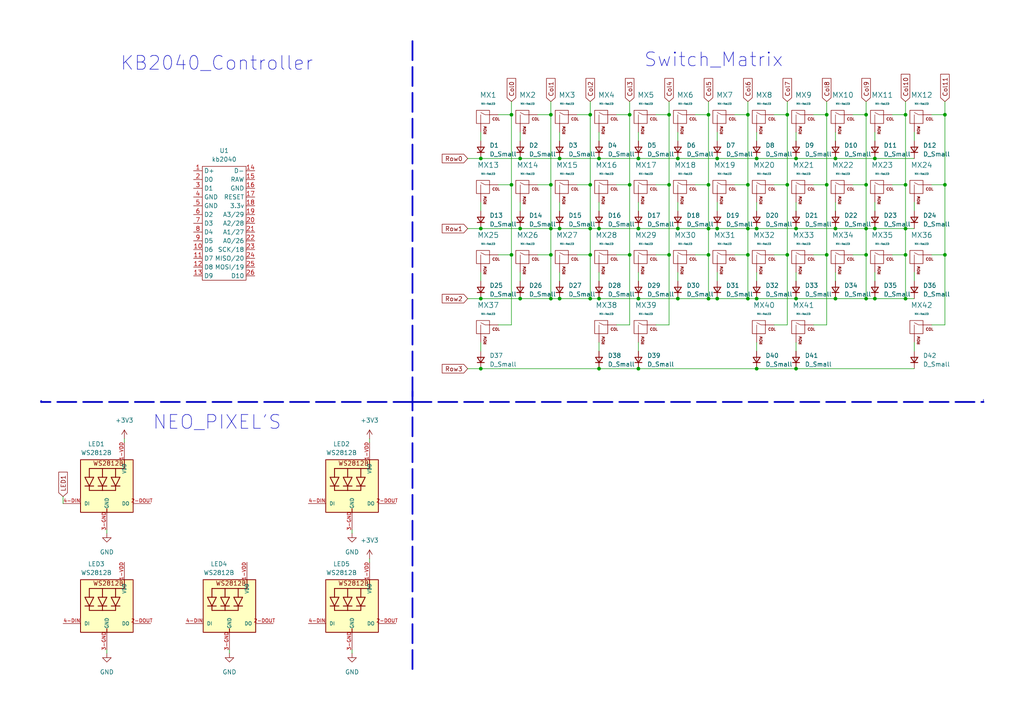
<source format=kicad_sch>
(kicad_sch (version 20230121) (generator eeschema)
  (paper "A4")
  (lib_symbols
    (symbol "Device:D_Small" (pin_numbers hide) (pin_names (offset 0.254) hide)
      (property "Reference" "D" (at -1.27 2.032 0))
      (property "Value" "D_Small" (at -3.81 -2.032 0))
      (symbol "D_Small_0_1"
        (polyline (pts (xy -0.762 -1.016) (xy -0.762 1.016)) (stroke (width 0.254)))
        (polyline (pts (xy -0.762 0) (xy 0.762 0)))
        (polyline (pts (xy 0.762 -1.016) (xy -0.762 0) (xy 0.762 1.016) (xy 0.762 -1.016)) (stroke (width 0.254)))
      )
      (symbol "D_Small_1_1"
        (pin passive line (at -2.54 0 0) (length 1.778) (name "K") (number "1"))
        (pin passive line (at 2.54 0 180) (length 1.778) (name "A") (number "2"))
      )
    )
    (symbol "MX_Alps_Hybrid:MX-NoLED" (pin_names (offset 1.016))
      (property "Reference" "MX" (at -0.635 3.81 0))
      (property "Value" "MX-NoLED" (at -0.635 1.27 0))
      (symbol "MX-NoLED_0_0"
        (rectangle (start -2.54 2.54) (end 1.27 -1.27))
        (polyline (pts (xy -1.27 -1.27) (xy -1.27 1.27)) (stroke (width 0.127)))
        (polyline (pts (xy 1.27 1.27) (xy 0 1.27) (xy -1.27 1.905)) (stroke (width 0.127)))
        (text "COL" (at 3.175 0 0) (effects (font (size 0.762 0.762))))
        (text "ROW" (at 0 -1.905 900) (effects (font (size 0.762 0.762)) (justify right)))
      )
      (symbol "MX-NoLED_1_1"
        (pin passive line (at 3.81 1.27 180) (length 2.54) (name "COL") (number "1"))
        (pin passive line (at -1.27 -3.81 90) (length 2.54) (name "ROW") (number "2"))
      )
    )
    (symbol "WS2812B:WS2812B" (pin_names (offset 1.016))
      (property "Reference" "LED" (at 0 0 0))
      (property "Value" "WS2812B" (at 0 0 0))
      (symbol "WS2812B_0_0"
        (rectangle (start -7.62 -5.08) (end 7.62 10.16) (stroke (width 0.254)) (fill (type background)))
        (polyline (pts (xy -6.35 2.54) (xy -5.08 2.54)) (stroke (width 0.254)))
        (polyline (pts (xy -6.35 5.08) (xy -5.08 5.08)) (stroke (width 0.254)))
        (polyline (pts (xy -5.08 2.54) (xy -6.35 5.08)) (stroke (width 0.254)))
        (polyline (pts (xy -5.08 2.54) (xy -5.08 1.27)) (stroke (width 0.254)))
        (polyline (pts (xy -5.08 2.54) (xy -3.81 5.08)) (stroke (width 0.254)))
        (polyline (pts (xy -5.08 5.08) (xy -3.81 5.08)) (stroke (width 0.254)))
        (polyline (pts (xy -5.08 7.62) (xy -5.08 5.08)) (stroke (width 0.254)))
        (polyline (pts (xy -3.81 2.54) (xy -5.08 2.54)) (stroke (width 0.254)))
        (polyline (pts (xy -2.54 2.54) (xy -1.27 2.54)) (stroke (width 0.254)))
        (polyline (pts (xy -2.54 5.08) (xy 0 5.08)) (stroke (width 0.254)))
        (polyline (pts (xy -1.27 1.27) (xy -5.08 1.27)) (stroke (width 0.254)))
        (polyline (pts (xy -1.27 2.54) (xy -2.54 5.08)) (stroke (width 0.254)))
        (polyline (pts (xy -1.27 2.54) (xy -1.27 1.27)) (stroke (width 0.254)))
        (polyline (pts (xy -1.27 2.54) (xy 0 2.54)) (stroke (width 0.254)))
        (polyline (pts (xy -1.27 5.08) (xy -1.27 7.62)) (stroke (width 0.254)))
        (polyline (pts (xy -1.27 7.62) (xy -5.08 7.62)) (stroke (width 0.254)))
        (polyline (pts (xy 0 -4.064) (xy 0 -5.08)) (stroke (width 0.254)))
        (polyline (pts (xy 0 5.08) (xy -1.27 2.54)) (stroke (width 0.254)))
        (polyline (pts (xy 1.27 5.08) (xy 2.54 2.54)) (stroke (width 0.254)))
        (polyline (pts (xy 1.27 5.08) (xy 2.54 5.08)) (stroke (width 0.254)))
        (polyline (pts (xy 2.54 1.27) (xy -1.27 1.27)) (stroke (width 0.254)))
        (polyline (pts (xy 2.54 2.54) (xy 1.27 2.54)) (stroke (width 0.254)))
        (polyline (pts (xy 2.54 2.54) (xy 2.54 1.27)) (stroke (width 0.254)))
        (polyline (pts (xy 2.54 2.54) (xy 3.81 2.54)) (stroke (width 0.254)))
        (polyline (pts (xy 2.54 2.54) (xy 3.81 5.08)) (stroke (width 0.254)))
        (polyline (pts (xy 2.54 5.08) (xy 2.54 7.62)) (stroke (width 0.254)))
        (polyline (pts (xy 2.54 7.62) (xy -1.27 7.62)) (stroke (width 0.254)))
        (polyline (pts (xy 2.54 7.62) (xy 5.08 7.62)) (stroke (width 0.254)))
        (polyline (pts (xy 3.81 5.08) (xy 2.54 5.08)) (stroke (width 0.254)))
        (polyline (pts (xy 5.08 10.16) (xy 5.08 7.62)) (stroke (width 0.254)))
        (text "WS2812B" (at -4.064 8.382 0) (effects (font (size 1.27 1.27)) (justify left bottom)))
        (pin power_in line (at 5.08 15.24 270) (length 5.08) (name "VDD") (number "1-VDD"))
        (pin output line (at 12.7 -2.54 180) (length 5.08) (name "DO") (number "2-DOUT"))
        (pin power_in line (at 0 -10.16 90) (length 5.08) (name "GND") (number "3-GND"))
        (pin input line (at -12.7 -2.54 0) (length 5.08) (name "DI") (number "4-DIN"))
      )
    )
    (symbol "kb2040:kb2040"
      (property "Reference" "U" (at 0 0 0))
      (property "Value" "kb2040" (at 0 -2.54 0))
      (symbol "kb2040_0_1"
        (rectangle (start 0 -3.81) (end 12.7 -36.83) (stroke (width 0.1524)))
      )
      (symbol "kb2040_1_1"
        (pin bidirectional line (at -2.54 -5.08 0) (length 2.54) (name "D+") (number "1"))
        (pin bidirectional line (at -2.54 -27.94 0) (length 2.54) (name "D6") (number "10"))
        (pin bidirectional line (at -2.54 -30.48 0) (length 2.54) (name "D7") (number "11"))
        (pin bidirectional line (at -2.54 -33.02 0) (length 2.54) (name "D8") (number "12"))
        (pin bidirectional line (at -2.54 -35.56 0) (length 2.54) (name "D9") (number "13"))
        (pin bidirectional line (at 15.24 -5.08 180) (length 2.54) (name "D-") (number "14"))
        (pin bidirectional line (at 15.24 -7.62 180) (length 2.54) (name "RAW") (number "15"))
        (pin bidirectional line (at 15.24 -10.16 180) (length 2.54) (name "GND") (number "16"))
        (pin bidirectional line (at 15.24 -12.7 180) (length 2.54) (name "RESET") (number "17"))
        (pin bidirectional line (at 15.24 -15.24 180) (length 2.54) (name "3.3v") (number "18"))
        (pin bidirectional line (at 15.24 -17.78 180) (length 2.54) (name "A3/29") (number "19"))
        (pin bidirectional line (at -2.54 -7.62 0) (length 2.54) (name "D0") (number "2"))
        (pin bidirectional line (at 15.24 -20.32 180) (length 2.54) (name "A2/28") (number "20"))
        (pin bidirectional line (at 15.24 -22.86 180) (length 2.54) (name "A1/27") (number "21"))
        (pin bidirectional line (at 15.24 -25.4 180) (length 2.54) (name "A0/26") (number "22"))
        (pin bidirectional line (at 15.24 -27.94 180) (length 2.54) (name "SCK/18") (number "23"))
        (pin bidirectional line (at 15.24 -30.48 180) (length 2.54) (name "MISO/20") (number "24"))
        (pin bidirectional line (at 15.24 -33.02 180) (length 2.54) (name "MOSI/19") (number "25"))
        (pin bidirectional line (at 15.24 -35.56 180) (length 2.54) (name "D10") (number "26"))
        (pin bidirectional line (at -2.54 -10.16 0) (length 2.54) (name "D1") (number "3"))
        (pin bidirectional line (at -2.54 -12.7 0) (length 2.54) (name "GND") (number "4"))
        (pin bidirectional line (at -2.54 -15.24 0) (length 2.54) (name "GND") (number "5"))
        (pin bidirectional line (at -2.54 -17.78 0) (length 2.54) (name "D2") (number "6"))
        (pin bidirectional line (at -2.54 -20.32 0) (length 2.54) (name "D3") (number "7"))
        (pin bidirectional line (at -2.54 -22.86 0) (length 2.54) (name "D4") (number "8"))
        (pin bidirectional line (at -2.54 -25.4 0) (length 2.54) (name "D5") (number "9"))
      )
    )
    (symbol "power:+3V3" (power) (pin_names (offset 0))
      (property "Value" "+3V3" (at 0 3.556 0))
      (symbol "+3V3_0_1"
        (polyline (pts (xy -0.762 1.27) (xy 0 2.54)))
        (polyline (pts (xy 0 0) (xy 0 2.54)))
        (polyline (pts (xy 0 2.54) (xy 0.762 1.27)))
      )
      (symbol "+3V3_1_1"
        (pin power_in line (at 0 0 90) (length 0) hide (name "+3V3") (number "1"))
      )
    )
    (symbol "power:GND" (power) (pin_names (offset 0))
      (property "Value" "GND" (at 0 -3.81 0))
      (symbol "GND_0_1"
        (polyline (pts (xy 0 0) (xy 0 -1.27) (xy 1.27 -1.27) (xy 0 -2.54) (xy -1.27 -1.27) (xy 0 -1.27)))
      )
      (symbol "GND_1_1"
        (pin power_in line (at 0 0 270) (length 0) hide (name "GND") (number "1"))
      )
    )
  )
  (junction (at 182.626 33.274))
  (junction (at 148.336 33.274))
  (junction (at 208.026 86.614))
  (junction (at 253.746 45.974))
  (junction (at 139.446 106.934))
  (junction (at 216.916 86.614))
  (junction (at 230.886 106.934))
  (junction (at 251.206 66.294))
  (junction (at 251.206 53.594))
  (junction (at 205.486 33.274))
  (junction (at 148.336 73.914))
  (junction (at 171.196 66.294))
  (junction (at 159.766 73.914))
  (junction (at 196.596 66.294))
  (junction (at 219.456 86.614))
  (junction (at 251.206 86.614))
  (junction (at 262.636 73.914))
  (junction (at 173.736 86.614))
  (junction (at 251.206 73.914))
  (junction (at 150.876 66.294))
  (junction (at 148.336 53.594))
  (junction (at 185.166 45.974))
  (junction (at 139.446 86.614))
  (junction (at 208.026 45.974))
  (junction (at 162.306 86.614))
  (junction (at 194.056 73.914))
  (junction (at 171.196 86.614))
  (junction (at 182.626 53.594))
  (junction (at 216.916 73.914))
  (junction (at 253.746 86.614))
  (junction (at 242.316 45.974))
  (junction (at 219.456 66.294))
  (junction (at 216.916 66.294))
  (junction (at 230.886 86.614))
  (junction (at 239.776 33.274))
  (junction (at 196.596 45.974))
  (junction (at 150.876 86.614))
  (junction (at 173.736 106.934))
  (junction (at 253.746 66.294))
  (junction (at 242.316 86.614))
  (junction (at 162.306 45.974))
  (junction (at 274.066 33.274))
  (junction (at 274.066 73.914))
  (junction (at 219.456 45.974))
  (junction (at 139.446 45.974))
  (junction (at 139.446 66.294))
  (junction (at 242.316 66.294))
  (junction (at 239.776 53.594))
  (junction (at 194.056 33.274))
  (junction (at 185.166 66.294))
  (junction (at 219.456 106.934))
  (junction (at 216.916 33.274))
  (junction (at 205.486 86.614))
  (junction (at 205.486 53.594))
  (junction (at 171.196 73.914))
  (junction (at 159.766 53.594))
  (junction (at 159.766 86.614))
  (junction (at 194.056 53.594))
  (junction (at 228.346 53.594))
  (junction (at 230.886 66.294))
  (junction (at 230.886 45.974))
  (junction (at 185.166 86.614))
  (junction (at 251.206 33.274))
  (junction (at 173.736 45.974))
  (junction (at 262.636 66.294))
  (junction (at 228.346 73.914))
  (junction (at 171.196 53.594))
  (junction (at 216.916 53.594))
  (junction (at 228.346 33.274))
  (junction (at 159.766 33.274))
  (junction (at 162.306 66.294))
  (junction (at 262.636 86.614))
  (junction (at 262.636 33.274))
  (junction (at 208.026 66.294))
  (junction (at 274.066 53.594))
  (junction (at 171.196 33.274))
  (junction (at 150.876 45.974))
  (junction (at 185.166 106.934))
  (junction (at 196.596 86.614))
  (junction (at 159.766 66.294))
  (junction (at 239.776 73.914))
  (junction (at 262.636 53.594))
  (junction (at 173.736 66.294))
  (junction (at 205.486 73.914))
  (junction (at 182.626 73.914))
  (junction (at 205.486 66.294))
  (wire (pts (xy 139.446 106.934) (xy 173.736 106.934)))
  (wire (pts (xy 262.636 86.614) (xy 265.176 86.614)))
  (wire (pts (xy 251.206 53.594) (xy 247.396 53.594)))
  (wire (pts (xy 148.336 29.464) (xy 148.336 33.274)))
  (wire (pts (xy 194.056 33.274) (xy 190.246 33.274)))
  (wire (pts (xy 182.626 29.464) (xy 182.626 33.274)))
  (wire (pts (xy 230.886 86.614) (xy 242.316 86.614)))
  (wire (pts (xy 239.776 33.274) (xy 235.966 33.274)))
  (wire (pts (xy 208.026 45.974) (xy 219.456 45.974)))
  (wire (pts (xy 262.636 66.294) (xy 262.636 73.914)))
  (wire (pts (xy 228.346 53.594) (xy 224.536 53.594)))
  (polyline (pts (xy 11.938 116.586) (xy 11.938 116.332)) (stroke (width 0.5) (type dash)))
  (wire (pts (xy 196.596 78.994) (xy 196.596 81.534)))
  (wire (pts (xy 205.486 66.294) (xy 205.486 73.914)))
  (wire (pts (xy 107.188 127.254) (xy 107.188 128.27)))
  (wire (pts (xy 253.746 86.614) (xy 262.636 86.614)))
  (wire (pts (xy 228.346 53.594) (xy 228.346 73.914)))
  (wire (pts (xy 219.456 58.674) (xy 219.456 61.214)))
  (wire (pts (xy 159.766 86.614) (xy 162.306 86.614)))
  (wire (pts (xy 228.346 73.914) (xy 224.536 73.914)))
  (wire (pts (xy 196.596 38.354) (xy 196.596 40.894)))
  (wire (pts (xy 205.486 73.914) (xy 205.486 86.614)))
  (polyline (pts (xy 119.634 116.586) (xy 285.242 116.586)) (stroke (width 0.5) (type dash)))
  (wire (pts (xy 182.626 53.594) (xy 178.816 53.594)))
  (wire (pts (xy 253.746 66.294) (xy 262.636 66.294)))
  (wire (pts (xy 230.886 45.974) (xy 242.316 45.974)))
  (polyline (pts (xy 119.634 113.538) (xy 119.634 195.072)) (stroke (width 0.5) (type dash)))
  (wire (pts (xy 171.196 73.914) (xy 167.386 73.914)))
  (wire (pts (xy 242.316 45.974) (xy 253.746 45.974)))
  (wire (pts (xy 185.166 45.974) (xy 196.596 45.974)))
  (wire (pts (xy 216.916 66.294) (xy 216.916 73.914)))
  (wire (pts (xy 150.876 78.994) (xy 150.876 81.534)))
  (wire (pts (xy 185.166 106.934) (xy 219.456 106.934)))
  (wire (pts (xy 216.916 66.294) (xy 219.456 66.294)))
  (wire (pts (xy 274.066 53.594) (xy 274.066 73.914)))
  (wire (pts (xy 171.196 33.274) (xy 171.196 53.594)))
  (wire (pts (xy 230.886 58.674) (xy 230.886 61.214)))
  (wire (pts (xy 219.456 45.974) (xy 230.886 45.974)))
  (wire (pts (xy 239.776 53.594) (xy 235.966 53.594)))
  (wire (pts (xy 216.916 53.594) (xy 216.916 66.294)))
  (wire (pts (xy 216.916 33.274) (xy 213.106 33.274)))
  (wire (pts (xy 162.306 58.674) (xy 162.306 61.214)))
  (wire (pts (xy 150.876 58.674) (xy 150.876 61.214)))
  (wire (pts (xy 230.886 106.934) (xy 265.176 106.934)))
  (wire (pts (xy 150.876 38.354) (xy 150.876 40.894)))
  (wire (pts (xy 242.316 38.354) (xy 242.316 40.894)))
  (wire (pts (xy 194.056 53.594) (xy 190.246 53.594)))
  (wire (pts (xy 205.486 33.274) (xy 201.676 33.274)))
  (wire (pts (xy 139.446 86.614) (xy 150.876 86.614)))
  (wire (pts (xy 185.166 38.354) (xy 185.166 40.894)))
  (wire (pts (xy 208.026 58.674) (xy 208.026 61.214)))
  (wire (pts (xy 205.486 73.914) (xy 201.676 73.914)))
  (wire (pts (xy 135.636 86.614) (xy 139.446 86.614)))
  (wire (pts (xy 265.176 78.994) (xy 265.176 81.534)))
  (wire (pts (xy 196.596 86.614) (xy 205.486 86.614)))
  (wire (pts (xy 219.456 86.614) (xy 230.886 86.614)))
  (wire (pts (xy 102.108 188.468) (xy 102.108 189.484)))
  (wire (pts (xy 251.206 73.914) (xy 247.396 73.914)))
  (wire (pts (xy 196.596 45.974) (xy 208.026 45.974)))
  (wire (pts (xy 228.346 33.274) (xy 228.346 53.594)))
  (polyline (pts (xy 119.634 11.938) (xy 119.634 116.586)) (stroke (width 0.5) (type dash)))
  (wire (pts (xy 139.446 66.294) (xy 150.876 66.294)))
  (wire (pts (xy 205.486 53.594) (xy 201.676 53.594)))
  (wire (pts (xy 171.196 33.274) (xy 167.386 33.274)))
  (wire (pts (xy 66.548 188.468) (xy 66.548 189.484)))
  (wire (pts (xy 139.446 45.974) (xy 150.876 45.974)))
  (wire (pts (xy 171.196 53.594) (xy 167.386 53.594)))
  (wire (pts (xy 159.766 33.274) (xy 159.766 53.594)))
  (wire (pts (xy 239.776 73.914) (xy 239.776 94.234)))
  (wire (pts (xy 171.196 53.594) (xy 171.196 66.294)))
  (wire (pts (xy 253.746 45.974) (xy 265.176 45.974)))
  (wire (pts (xy 173.736 45.974) (xy 185.166 45.974)))
  (wire (pts (xy 150.876 66.294) (xy 159.766 66.294)))
  (wire (pts (xy 171.196 66.294) (xy 173.736 66.294)))
  (wire (pts (xy 173.736 78.994) (xy 173.736 81.534)))
  (wire (pts (xy 265.176 38.354) (xy 265.176 40.894)))
  (wire (pts (xy 162.306 86.614) (xy 171.196 86.614)))
  (wire (pts (xy 251.206 66.294) (xy 251.206 73.914)))
  (wire (pts (xy 262.636 33.274) (xy 258.826 33.274)))
  (wire (pts (xy 148.336 73.914) (xy 148.336 94.234)))
  (wire (pts (xy 171.196 29.464) (xy 171.196 33.274)))
  (wire (pts (xy 139.446 99.314) (xy 139.446 101.854)))
  (wire (pts (xy 242.316 58.674) (xy 242.316 61.214)))
  (wire (pts (xy 182.626 33.274) (xy 182.626 53.594)))
  (wire (pts (xy 239.776 29.464) (xy 239.776 33.274)))
  (wire (pts (xy 239.776 73.914) (xy 235.966 73.914)))
  (wire (pts (xy 18.288 144.018) (xy 18.288 146.05)))
  (wire (pts (xy 219.456 106.934) (xy 230.886 106.934)))
  (wire (pts (xy 144.526 33.274) (xy 148.336 33.274)))
  (wire (pts (xy 139.446 38.354) (xy 139.446 40.894)))
  (wire (pts (xy 251.206 73.914) (xy 251.206 86.614)))
  (wire (pts (xy 251.206 33.274) (xy 247.396 33.274)))
  (wire (pts (xy 265.176 99.314) (xy 265.176 101.854)))
  (wire (pts (xy 162.306 78.994) (xy 162.306 81.534)))
  (wire (pts (xy 251.206 86.614) (xy 253.746 86.614)))
  (wire (pts (xy 148.336 33.274) (xy 148.336 53.594)))
  (wire (pts (xy 253.746 38.354) (xy 253.746 40.894)))
  (wire (pts (xy 159.766 33.274) (xy 155.956 33.274)))
  (wire (pts (xy 253.746 78.994) (xy 253.746 81.534)))
  (wire (pts (xy 242.316 66.294) (xy 251.206 66.294)))
  (wire (pts (xy 173.736 58.674) (xy 173.736 61.214)))
  (wire (pts (xy 239.776 53.594) (xy 239.776 73.914)))
  (wire (pts (xy 171.196 86.614) (xy 173.736 86.614)))
  (wire (pts (xy 194.056 73.914) (xy 194.056 94.234)))
  (wire (pts (xy 208.026 86.614) (xy 216.916 86.614)))
  (wire (pts (xy 173.736 66.294) (xy 185.166 66.294)))
  (wire (pts (xy 208.026 78.994) (xy 208.026 81.534)))
  (wire (pts (xy 148.336 53.594) (xy 144.526 53.594)))
  (wire (pts (xy 219.456 66.294) (xy 230.886 66.294)))
  (wire (pts (xy 230.886 38.354) (xy 230.886 40.894)))
  (wire (pts (xy 30.988 153.67) (xy 30.988 154.686)))
  (wire (pts (xy 185.166 58.674) (xy 185.166 61.214)))
  (wire (pts (xy 251.206 33.274) (xy 251.206 53.594)))
  (wire (pts (xy 253.746 58.674) (xy 253.746 61.214)))
  (wire (pts (xy 228.346 33.274) (xy 224.536 33.274)))
  (wire (pts (xy 262.636 29.464) (xy 262.636 33.274)))
  (wire (pts (xy 150.876 86.614) (xy 159.766 86.614)))
  (wire (pts (xy 274.066 53.594) (xy 270.256 53.594)))
  (wire (pts (xy 173.736 38.354) (xy 173.736 40.894)))
  (wire (pts (xy 251.206 66.294) (xy 253.746 66.294)))
  (wire (pts (xy 251.206 29.464) (xy 251.206 33.274)))
  (wire (pts (xy 159.766 53.594) (xy 159.766 66.294)))
  (wire (pts (xy 182.626 73.914) (xy 178.816 73.914)))
  (wire (pts (xy 216.916 73.914) (xy 216.916 86.614)))
  (wire (pts (xy 182.626 94.234) (xy 178.816 94.234)))
  (wire (pts (xy 274.066 94.234) (xy 270.256 94.234)))
  (wire (pts (xy 205.486 66.294) (xy 208.026 66.294)))
  (wire (pts (xy 185.166 78.994) (xy 185.166 81.534)))
  (wire (pts (xy 196.596 66.294) (xy 205.486 66.294)))
  (wire (pts (xy 148.336 73.914) (xy 144.526 73.914)))
  (wire (pts (xy 208.026 66.294) (xy 216.916 66.294)))
  (wire (pts (xy 159.766 29.464) (xy 159.766 33.274)))
  (wire (pts (xy 173.736 86.614) (xy 185.166 86.614)))
  (wire (pts (xy 262.636 66.294) (xy 265.176 66.294)))
  (wire (pts (xy 194.056 33.274) (xy 194.056 53.594)))
  (wire (pts (xy 251.206 53.594) (xy 251.206 66.294)))
  (wire (pts (xy 194.056 29.464) (xy 194.056 33.274)))
  (wire (pts (xy 150.876 45.974) (xy 162.306 45.974)))
  (wire (pts (xy 159.766 53.594) (xy 155.956 53.594)))
  (wire (pts (xy 216.916 73.914) (xy 213.106 73.914)))
  (wire (pts (xy 274.066 29.464) (xy 274.066 33.274)))
  (wire (pts (xy 196.596 58.674) (xy 196.596 61.214)))
  (wire (pts (xy 159.766 73.914) (xy 155.956 73.914)))
  (wire (pts (xy 274.066 73.914) (xy 274.066 94.234)))
  (wire (pts (xy 230.886 99.314) (xy 230.886 101.854)))
  (wire (pts (xy 205.486 29.464) (xy 205.486 33.274)))
  (wire (pts (xy 219.456 38.354) (xy 219.456 40.894)))
  (wire (pts (xy 148.336 94.234) (xy 144.526 94.234)))
  (wire (pts (xy 173.736 106.934) (xy 185.166 106.934)))
  (wire (pts (xy 265.176 58.674) (xy 265.176 61.214)))
  (wire (pts (xy 194.056 94.234) (xy 190.246 94.234)))
  (wire (pts (xy 262.636 33.274) (xy 262.636 53.594)))
  (wire (pts (xy 171.196 73.914) (xy 171.196 86.614)))
  (wire (pts (xy 162.306 38.354) (xy 162.306 40.894)))
  (wire (pts (xy 228.346 94.234) (xy 224.536 94.234)))
  (wire (pts (xy 228.346 73.914) (xy 228.346 94.234)))
  (wire (pts (xy 159.766 73.914) (xy 159.766 86.614)))
  (wire (pts (xy 216.916 53.594) (xy 213.106 53.594)))
  (wire (pts (xy 242.316 86.614) (xy 251.206 86.614)))
  (wire (pts (xy 135.636 106.934) (xy 139.446 106.934)))
  (wire (pts (xy 159.766 66.294) (xy 159.766 73.914)))
  (wire (pts (xy 216.916 86.614) (xy 219.456 86.614)))
  (wire (pts (xy 194.056 73.914) (xy 190.246 73.914)))
  (wire (pts (xy 162.306 45.974) (xy 173.736 45.974)))
  (wire (pts (xy 239.776 94.234) (xy 235.966 94.234)))
  (wire (pts (xy 219.456 78.994) (xy 219.456 81.534)))
  (wire (pts (xy 182.626 53.594) (xy 182.626 73.914)))
  (wire (pts (xy 216.916 33.274) (xy 216.916 53.594)))
  (wire (pts (xy 230.886 66.294) (xy 242.316 66.294)))
  (wire (pts (xy 139.446 78.994) (xy 139.446 81.534)))
  (wire (pts (xy 162.306 66.294) (xy 171.196 66.294)))
  (wire (pts (xy 148.336 53.594) (xy 148.336 73.914)))
  (wire (pts (xy 230.886 78.994) (xy 230.886 81.534)))
  (wire (pts (xy 185.166 66.294) (xy 196.596 66.294)))
  (wire (pts (xy 182.626 33.274) (xy 178.816 33.274)))
  (wire (pts (xy 107.188 162.052) (xy 107.188 163.068)))
  (wire (pts (xy 36.068 127.254) (xy 36.068 128.27)))
  (polyline (pts (xy 285.242 116.586) (xy 285.242 115.824)))
  (wire (pts (xy 239.776 33.274) (xy 239.776 53.594)))
  (wire (pts (xy 102.108 153.67) (xy 102.108 154.686)))
  (wire (pts (xy 205.486 86.614) (xy 208.026 86.614)))
  (wire (pts (xy 173.736 99.314) (xy 173.736 101.854)))
  (wire (pts (xy 262.636 73.914) (xy 258.826 73.914)))
  (wire (pts (xy 171.196 66.294) (xy 171.196 73.914)))
  (wire (pts (xy 135.636 45.974) (xy 139.446 45.974)))
  (wire (pts (xy 159.766 66.294) (xy 162.306 66.294)))
  (wire (pts (xy 262.636 53.594) (xy 258.826 53.594)))
  (wire (pts (xy 274.066 73.914) (xy 270.256 73.914)))
  (wire (pts (xy 274.066 33.274) (xy 270.256 33.274)))
  (wire (pts (xy 205.486 33.274) (xy 205.486 53.594)))
  (wire (pts (xy 219.456 99.314) (xy 219.456 101.854)))
  (wire (pts (xy 182.626 73.914) (xy 182.626 94.234)))
  (wire (pts (xy 262.636 73.914) (xy 262.636 86.614)))
  (wire (pts (xy 208.026 38.354) (xy 208.026 40.894)))
  (wire (pts (xy 139.446 58.674) (xy 139.446 61.214)))
  (wire (pts (xy 185.166 86.614) (xy 196.596 86.614)))
  (wire (pts (xy 135.636 66.294) (xy 139.446 66.294)))
  (wire (pts (xy 30.988 188.468) (xy 30.988 189.484)))
  (polyline (pts (xy 119.634 116.586) (xy 11.938 116.586)) (stroke (width 0.5) (type dash)))
  (wire (pts (xy 274.066 33.274) (xy 274.066 53.594)))
  (wire (pts (xy 216.916 29.464) (xy 216.916 33.274)))
  (wire (pts (xy 205.486 53.594) (xy 205.486 66.294)))
  (wire (pts (xy 242.316 78.994) (xy 242.316 81.534)))
  (wire (pts (xy 262.636 53.594) (xy 262.636 66.294)))
  (wire (pts (xy 194.056 53.594) (xy 194.056 73.914)))
  (wire (pts (xy 185.166 99.314) (xy 185.166 101.854)))
  (wire (pts (xy 228.346 29.464) (xy 228.346 33.274)))
  (text "NEO_PIXEL'S" (at 44.196 124.968 0) (effects (font (size 4 4)) (justify left bottom)))
  (text "Switch_Matrix" (at 186.69 19.812 0) (effects (font (size 4 4)) (justify left bottom)))
  (text "KB2040_Controller" (at 34.798 20.828 0) (effects (font (size 4 4)) (justify left bottom)))
  (global_label "Row3" (shape input) (at 135.636 106.934 180) (property "Intersheetrefs" "${INTERSHEET_REFS}" (effects hide)))
  (global_label "Col0" (shape input) (at 148.336 29.464 90) (property "Intersheetrefs" "${INTERSHEET_REFS}" (effects hide)))
  (global_label "Col1" (shape input) (at 159.766 29.464 90) (property "Intersheetrefs" "${INTERSHEET_REFS}" (effects hide)))
  (global_label "Col2" (shape input) (at 171.196 29.464 90) (property "Intersheetrefs" "${INTERSHEET_REFS}" (effects hide)))
  (global_label "Row0" (shape input) (at 135.636 45.974 180) (property "Intersheetrefs" "${INTERSHEET_REFS}" (effects hide)))
  (global_label "Col7" (shape input) (at 228.346 29.464 90) (property "Intersheetrefs" "${INTERSHEET_REFS}" (effects hide)))
  (global_label "Col4" (shape input) (at 194.056 29.464 90) (property "Intersheetrefs" "${INTERSHEET_REFS}" (effects hide)))
  (global_label "Col11" (shape input) (at 274.066 29.464 90) (property "Intersheetrefs" "${INTERSHEET_REFS}" (effects hide)))
  (global_label "Col10" (shape input) (at 262.636 29.464 90) (property "Intersheetrefs" "${INTERSHEET_REFS}" (effects hide)))
  (global_label "Row2" (shape input) (at 135.636 86.614 180) (property "Intersheetrefs" "${INTERSHEET_REFS}" (effects hide)))
  (global_label "Row1" (shape input) (at 135.636 66.294 180) (property "Intersheetrefs" "${INTERSHEET_REFS}" (effects hide)))
  (global_label "LED1" (shape input) (at 18.288 144.018 90) (property "Intersheetrefs" "${INTERSHEET_REFS}" (effects hide)))
  (global_label "Col5" (shape input) (at 205.486 29.464 90) (property "Intersheetrefs" "${INTERSHEET_REFS}" (effects hide)))
  (global_label "Col6" (shape input) (at 216.916 29.464 90) (property "Intersheetrefs" "${INTERSHEET_REFS}" (effects hide)))
  (global_label "Col8" (shape input) (at 239.776 29.464 90) (property "Intersheetrefs" "${INTERSHEET_REFS}" (effects hide)))
  (global_label "Col3" (shape input) (at 182.626 29.464 90) (property "Intersheetrefs" "${INTERSHEET_REFS}" (effects hide)))
  (global_label "Col9" (shape input) (at 251.206 29.464 90) (property "Intersheetrefs" "${INTERSHEET_REFS}" (effects hide)))
  (symbol (lib_id "MX_Alps_Hybrid:MX-NoLED") (at 186.436 34.544 0) (unit 1)
    (property "Reference" "MX5" (at 187.3216 27.559 0) (effects (font (size 1.524 1.524))))
    (property "Value" "MX-NoLED" (at 187.3216 30.099 0) (effects (font (size 0.508 0.508))))
    (property "Footprint" "Switch_Keyboard_Kailh:SW_Kailh_Choc_V1V2_1.00u" (effects hide))
  )
  (symbol (lib_id "MX_Alps_Hybrid:MX-NoLED") (at 152.146 54.864 0) (unit 1)
    (property "Reference" "MX14" (at 153.0316 47.879 0) (effects (font (size 1.524 1.524))))
    (property "Value" "MX-NoLED" (at 153.0316 50.419 0) (effects (font (size 0.508 0.508))))
    (property "Footprint" "Switch_Keyboard_Kailh:SW_Kailh_Choc_V1V2_1.00u" (effects hide))
  )
  (symbol (lib_id "MX_Alps_Hybrid:MX-NoLED") (at 152.146 75.184 0) (unit 1)
    (property "Reference" "MX26" (at 153.0316 68.199 0) (effects (font (size 1.524 1.524))))
    (property "Value" "MX-NoLED" (at 153.0316 70.739 0) (effects (font (size 0.508 0.508))))
    (property "Footprint" "Switch_Keyboard_Kailh:SW_Kailh_Choc_V1V2_1.00u" (effects hide))
  )
  (symbol (lib_id "Device:D_Small") (at 219.456 84.074 90) (unit 1)
    (property "Reference" "D32" (at 221.996 82.8039 90) (effects (justify right)))
    (property "Value" "D_Small" (at 221.996 85.3439 90) (effects (justify right)))
    (property "Footprint" "Diode_SMD:D_SOD-123" (effects hide))
  )
  (symbol (lib_id "MX_Alps_Hybrid:MX-NoLED") (at 186.436 95.504 0) (unit 1)
    (property "Reference" "MX39" (at 187.3216 88.519 0) (effects (font (size 1.524 1.524))))
    (property "Value" "MX-NoLED" (at 187.3216 91.059 0) (effects (font (size 0.508 0.508))))
    (property "Footprint" "Switch_Keyboard_Kailh:SW_Kailh_Choc_V1V2_1.00u" (effects hide))
  )
  (symbol (lib_id "MX_Alps_Hybrid:MX-NoLED") (at 266.446 34.544 0) (unit 1)
    (property "Reference" "MX12" (at 267.3316 27.559 0) (effects (font (size 1.524 1.524))))
    (property "Value" "MX-NoLED" (at 267.3316 30.099 0) (effects (font (size 0.508 0.508))))
    (property "Footprint" "Switch_Keyboard_Kailh:SW_Kailh_Choc_V1V2_1.00u" (effects hide))
  )
  (symbol (lib_id "MX_Alps_Hybrid:MX-NoLED") (at 140.716 54.864 0) (unit 1)
    (property "Reference" "MX13" (at 141.6016 47.879 0) (effects (font (size 1.524 1.524))))
    (property "Value" "MX-NoLED" (at 141.6016 50.419 0) (effects (font (size 0.508 0.508))))
    (property "Footprint" "Switch_Keyboard_Kailh:SW_Kailh_Choc_V1V2_1.00u" (effects hide))
  )
  (symbol (lib_id "Device:D_Small") (at 150.876 43.434 90) (unit 1)
    (property "Reference" "D2" (at 153.416 42.1639 90) (effects (justify right)))
    (property "Value" "D_Small" (at 153.416 44.7039 90) (effects (justify right)))
    (property "Footprint" "Diode_SMD:D_SOD-123" (effects hide))
  )
  (symbol (lib_id "Device:D_Small") (at 253.746 63.754 90) (unit 1)
    (property "Reference" "D23" (at 256.286 62.4839 90) (effects (justify right)))
    (property "Value" "D_Small" (at 256.286 65.0239 90) (effects (justify right)))
    (property "Footprint" "Diode_SMD:D_SOD-123" (effects hide))
  )
  (symbol (lib_id "MX_Alps_Hybrid:MX-NoLED") (at 232.156 54.864 0) (unit 1)
    (property "Reference" "MX21" (at 233.0416 47.879 0) (effects (font (size 1.524 1.524))))
    (property "Value" "MX-NoLED" (at 233.0416 50.419 0) (effects (font (size 0.508 0.508))))
    (property "Footprint" "Switch_Keyboard_Kailh:SW_Kailh_Choc_V1V2_1.00u" (effects hide))
  )
  (symbol (lib_id "WS2812B:WS2812B") (at 30.988 143.51 0) (unit 1)
    (property "Reference" "LED1" (at 27.94 128.778 0))
    (property "Value" "WS2812B" (at 27.94 131.318 0))
    (property "Footprint" "Keebio-Parts.pretty-master:WS2812B" (effects hide))
  )
  (symbol (lib_id "MX_Alps_Hybrid:MX-NoLED") (at 152.146 34.544 0) (unit 1)
    (property "Reference" "MX2" (at 153.0316 27.559 0) (effects (font (size 1.524 1.524))))
    (property "Value" "MX-NoLED" (at 153.0316 30.099 0) (effects (font (size 0.508 0.508))))
    (property "Footprint" "Switch_Keyboard_Kailh:SW_Kailh_Choc_V1V2_1.00u" (effects hide))
  )
  (symbol (lib_id "MX_Alps_Hybrid:MX-NoLED") (at 220.726 95.504 0) (unit 1)
    (property "Reference" "MX40" (at 221.6116 88.519 0) (effects (font (size 1.524 1.524))))
    (property "Value" "MX-NoLED" (at 221.6116 91.059 0) (effects (font (size 0.508 0.508))))
    (property "Footprint" "Switch_Keyboard_Kailh:SW_Kailh_Choc_V1V2_1.00u" (effects hide))
  )
  (symbol (lib_id "Device:D_Small") (at 139.446 84.074 90) (unit 1)
    (property "Reference" "D25" (at 141.986 82.8039 90) (effects (justify right)))
    (property "Value" "D_Small" (at 141.986 85.3439 90) (effects (justify right)))
    (property "Footprint" "Diode_SMD:D_SOD-123" (effects hide))
  )
  (symbol (lib_id "Device:D_Small") (at 242.316 43.434 90) (unit 1)
    (property "Reference" "D10" (at 244.856 42.1639 90) (effects (justify right)))
    (property "Value" "D_Small" (at 244.856 44.7039 90) (effects (justify right)))
    (property "Footprint" "Diode_SMD:D_SOD-123" (effects hide))
  )
  (symbol (lib_id "MX_Alps_Hybrid:MX-NoLED") (at 243.586 54.864 0) (unit 1)
    (property "Reference" "MX22" (at 244.4716 47.879 0) (effects (font (size 1.524 1.524))))
    (property "Value" "MX-NoLED" (at 244.4716 50.419 0) (effects (font (size 0.508 0.508))))
    (property "Footprint" "Switch_Keyboard_Kailh:SW_Kailh_Choc_V1V2_1.00u" (effects hide))
  )
  (symbol (lib_id "Device:D_Small") (at 185.166 63.754 90) (unit 1)
    (property "Reference" "D17" (at 187.706 62.4839 90) (effects (justify right)))
    (property "Value" "D_Small" (at 187.706 65.0239 90) (effects (justify right)))
    (property "Footprint" "Diode_SMD:D_SOD-123" (effects hide))
  )
  (symbol (lib_id "power:GND") (at 102.108 154.686 0) (unit 1)
    (property "Reference" "#PWR04" (effects hide))
    (property "Value" "GND" (at 102.108 160.1216 0))
  )
  (symbol (lib_id "MX_Alps_Hybrid:MX-NoLED") (at 255.016 75.184 0) (unit 1)
    (property "Reference" "MX35" (at 255.9016 68.199 0) (effects (font (size 1.524 1.524))))
    (property "Value" "MX-NoLED" (at 255.9016 70.739 0) (effects (font (size 0.508 0.508))))
    (property "Footprint" "Switch_Keyboard_Kailh:SW_Kailh_Choc_V1V2_1.00u" (effects hide))
  )
  (symbol (lib_id "Device:D_Small") (at 265.176 63.754 90) (unit 1)
    (property "Reference" "D24" (at 267.716 62.4839 90) (effects (justify right)))
    (property "Value" "D_Small" (at 267.716 65.0239 90) (effects (justify right)))
    (property "Footprint" "Diode_SMD:D_SOD-123" (effects hide))
  )
  (symbol (lib_id "Device:D_Small") (at 185.166 84.074 90) (unit 1)
    (property "Reference" "D29" (at 187.706 82.8039 90) (effects (justify right)))
    (property "Value" "D_Small" (at 187.706 85.3439 90) (effects (justify right)))
    (property "Footprint" "Diode_SMD:D_SOD-123" (effects hide))
  )
  (symbol (lib_id "MX_Alps_Hybrid:MX-NoLED") (at 232.156 34.544 0) (unit 1)
    (property "Reference" "MX9" (at 233.0416 27.559 0) (effects (font (size 1.524 1.524))))
    (property "Value" "MX-NoLED" (at 233.0416 30.099 0) (effects (font (size 0.508 0.508))))
    (property "Footprint" "Switch_Keyboard_Kailh:SW_Kailh_Choc_V1V2_1.00u" (effects hide))
  )
  (symbol (lib_id "MX_Alps_Hybrid:MX-NoLED") (at 266.446 54.864 0) (unit 1)
    (property "Reference" "MX24" (at 267.3316 47.879 0) (effects (font (size 1.524 1.524))))
    (property "Value" "MX-NoLED" (at 267.3316 50.419 0) (effects (font (size 0.508 0.508))))
    (property "Footprint" "Switch_Keyboard_Kailh:SW_Kailh_Choc_V1V2_1.00u" (effects hide))
  )
  (symbol (lib_id "WS2812B:WS2812B") (at 30.988 178.308 0) (unit 1)
    (property "Reference" "LED3" (at 27.94 163.576 0))
    (property "Value" "WS2812B" (at 27.94 166.116 0))
    (property "Footprint" "Keebio-Parts.pretty-master:WS2812B" (effects hide))
  )
  (symbol (lib_id "Device:D_Small") (at 242.316 63.754 90) (unit 1)
    (property "Reference" "D22" (at 244.856 62.4839 90) (effects (justify right)))
    (property "Value" "D_Small" (at 244.856 65.0239 90) (effects (justify right)))
    (property "Footprint" "Diode_SMD:D_SOD-123" (effects hide))
  )
  (symbol (lib_id "Device:D_Small") (at 265.176 104.394 90) (unit 1)
    (property "Reference" "D42" (at 267.716 103.1239 90) (effects (justify right)))
    (property "Value" "D_Small" (at 267.716 105.6639 90) (effects (justify right)))
    (property "Footprint" "Diode_SMD:D_SOD-123" (effects hide))
  )
  (symbol (lib_id "Device:D_Small") (at 230.886 104.394 90) (unit 1)
    (property "Reference" "D41" (at 233.426 103.1239 90) (effects (justify right)))
    (property "Value" "D_Small" (at 233.426 105.6639 90) (effects (justify right)))
    (property "Footprint" "Diode_SMD:D_SOD-123" (effects hide))
  )
  (symbol (lib_id "Device:D_Small") (at 242.316 84.074 90) (unit 1)
    (property "Reference" "D34" (at 244.856 82.8039 90) (effects (justify right)))
    (property "Value" "D_Small" (at 244.856 85.3439 90) (effects (justify right)))
    (property "Footprint" "Diode_SMD:D_SOD-123" (effects hide))
  )
  (symbol (lib_id "MX_Alps_Hybrid:MX-NoLED") (at 186.436 54.864 0) (unit 1)
    (property "Reference" "MX17" (at 187.3216 47.879 0) (effects (font (size 1.524 1.524))))
    (property "Value" "MX-NoLED" (at 187.3216 50.419 0) (effects (font (size 0.508 0.508))))
    (property "Footprint" "Switch_Keyboard_Kailh:SW_Kailh_Choc_V1V2_1.00u" (effects hide))
  )
  (symbol (lib_id "MX_Alps_Hybrid:MX-NoLED") (at 232.156 95.504 0) (unit 1)
    (property "Reference" "MX41" (at 233.0416 88.519 0) (effects (font (size 1.524 1.524))))
    (property "Value" "MX-NoLED" (at 233.0416 91.059 0) (effects (font (size 0.508 0.508))))
    (property "Footprint" "Switch_Keyboard_Kailh:SW_Kailh_Choc_V1V2_1.00u" (effects hide))
  )
  (symbol (lib_id "Device:D_Small") (at 208.026 43.434 90) (unit 1)
    (property "Reference" "D7" (at 210.566 42.1639 90) (effects (justify right)))
    (property "Value" "D_Small" (at 210.566 44.7039 90) (effects (justify right)))
    (property "Footprint" "Diode_SMD:D_SOD-123" (effects hide))
  )
  (symbol (lib_id "MX_Alps_Hybrid:MX-NoLED") (at 243.586 75.184 0) (unit 1)
    (property "Reference" "MX34" (at 244.4716 68.199 0) (effects (font (size 1.524 1.524))))
    (property "Value" "MX-NoLED" (at 244.4716 70.739 0) (effects (font (size 0.508 0.508))))
    (property "Footprint" "Switch_Keyboard_Kailh:SW_Kailh_Choc_V1V2_1.00u" (effects hide))
  )
  (symbol (lib_id "MX_Alps_Hybrid:MX-NoLED") (at 220.726 54.864 0) (unit 1)
    (property "Reference" "MX20" (at 221.6116 47.879 0) (effects (font (size 1.524 1.524))))
    (property "Value" "MX-NoLED" (at 221.6116 50.419 0) (effects (font (size 0.508 0.508))))
    (property "Footprint" "Switch_Keyboard_Kailh:SW_Kailh_Choc_V1V2_1.00u" (effects hide))
  )
  (symbol (lib_id "MX_Alps_Hybrid:MX-NoLED") (at 140.716 95.504 0) (unit 1)
    (property "Reference" "MX37" (at 141.6016 88.519 0) (effects (font (size 1.524 1.524))))
    (property "Value" "MX-NoLED" (at 141.6016 91.059 0) (effects (font (size 0.508 0.508))))
    (property "Footprint" "Switch_Keyboard_Kailh:SW_Kailh_Choc_V1V2_1.00u" (effects hide))
  )
  (symbol (lib_id "Device:D_Small") (at 173.736 63.754 90) (unit 1)
    (property "Reference" "D16" (at 176.276 62.4839 90) (effects (justify right)))
    (property "Value" "D_Small" (at 176.276 65.0239 90) (effects (justify right)))
    (property "Footprint" "Diode_SMD:D_SOD-123" (effects hide))
  )
  (symbol (lib_id "Device:D_Small") (at 185.166 104.394 90) (unit 1)
    (property "Reference" "D39" (at 187.706 103.1239 90) (effects (justify right)))
    (property "Value" "D_Small" (at 187.706 105.6639 90) (effects (justify right)))
    (property "Footprint" "Diode_SMD:D_SOD-123" (effects hide))
  )
  (symbol (lib_id "WS2812B:WS2812B") (at 102.108 178.308 0) (unit 1)
    (property "Reference" "LED5" (at 99.06 163.576 0))
    (property "Value" "WS2812B" (at 99.06 166.116 0))
    (property "Footprint" "Keebio-Parts.pretty-master:WS2812B" (effects hide))
  )
  (symbol (lib_id "MX_Alps_Hybrid:MX-NoLED") (at 197.866 54.864 0) (unit 1)
    (property "Reference" "MX18" (at 198.7516 47.879 0) (effects (font (size 1.524 1.524))))
    (property "Value" "MX-NoLED" (at 198.7516 50.419 0) (effects (font (size 0.508 0.508))))
    (property "Footprint" "Switch_Keyboard_Kailh:SW_Kailh_Choc_V1V2_1.00u" (effects hide))
  )
  (symbol (lib_id "Device:D_Small") (at 162.306 63.754 90) (unit 1)
    (property "Reference" "D15" (at 164.846 62.4839 90) (effects (justify right)))
    (property "Value" "D_Small" (at 164.846 65.0239 90) (effects (justify right)))
    (property "Footprint" "Diode_SMD:D_SOD-123" (effects hide))
  )
  (symbol (lib_id "MX_Alps_Hybrid:MX-NoLED") (at 163.576 34.544 0) (unit 1)
    (property "Reference" "MX3" (at 164.4616 27.559 0) (effects (font (size 1.524 1.524))))
    (property "Value" "MX-NoLED" (at 164.4616 30.099 0) (effects (font (size 0.508 0.508))))
    (property "Footprint" "Switch_Keyboard_Kailh:SW_Kailh_Choc_V1V2_1.00u" (effects hide))
  )
  (symbol (lib_id "Device:D_Small") (at 265.176 43.434 90) (unit 1)
    (property "Reference" "D12" (at 267.716 42.1639 90) (effects (justify right)))
    (property "Value" "D_Small" (at 267.716 44.7039 90) (effects (justify right)))
    (property "Footprint" "Diode_SMD:D_SOD-123" (effects hide))
  )
  (symbol (lib_id "MX_Alps_Hybrid:MX-NoLED") (at 243.586 34.544 0) (unit 1)
    (property "Reference" "MX10" (at 244.4716 27.559 0) (effects (font (size 1.524 1.524))))
    (property "Value" "MX-NoLED" (at 244.4716 30.099 0) (effects (font (size 0.508 0.508))))
    (property "Footprint" "Switch_Keyboard_Kailh:SW_Kailh_Choc_V1V2_1.00u" (effects hide))
  )
  (symbol (lib_id "MX_Alps_Hybrid:MX-NoLED") (at 266.446 75.184 0) (unit 1)
    (property "Reference" "MX36" (at 267.3316 68.199 0) (effects (font (size 1.524 1.524))))
    (property "Value" "MX-NoLED" (at 267.3316 70.739 0) (effects (font (size 0.508 0.508))))
    (property "Footprint" "Switch_Keyboard_Kailh:SW_Kailh_Choc_V1V2_1.00u" (effects hide))
  )
  (symbol (lib_id "WS2812B:WS2812B") (at 66.548 178.308 0) (unit 1)
    (property "Reference" "LED4" (at 63.5 163.576 0))
    (property "Value" "WS2812B" (at 63.5 166.116 0))
    (property "Footprint" "Keebio-Parts.pretty-master:WS2812B" (effects hide))
  )
  (symbol (lib_id "power:+3V3") (at 36.068 127.254 0) (unit 1)
    (property "Reference" "#PWR01" (effects hide))
    (property "Value" "+3V3" (at 36.068 121.92 0))
  )
  (symbol (lib_id "Device:D_Small") (at 253.746 43.434 90) (unit 1)
    (property "Reference" "D11" (at 256.286 42.1639 90) (effects (justify right)))
    (property "Value" "D_Small" (at 256.286 44.7039 90) (effects (justify right)))
    (property "Footprint" "Diode_SMD:D_SOD-123" (effects hide))
  )
  (symbol (lib_id "MX_Alps_Hybrid:MX-NoLED") (at 209.296 34.544 0) (unit 1)
    (property "Reference" "MX7" (at 210.1816 27.559 0) (effects (font (size 1.524 1.524))))
    (property "Value" "MX-NoLED" (at 210.1816 30.099 0) (effects (font (size 0.508 0.508))))
    (property "Footprint" "Switch_Keyboard_Kailh:SW_Kailh_Choc_V1V2_1.00u" (effects hide))
  )
  (symbol (lib_id "MX_Alps_Hybrid:MX-NoLED") (at 175.006 75.184 0) (unit 1)
    (property "Reference" "MX28" (at 175.8916 68.199 0) (effects (font (size 1.524 1.524))))
    (property "Value" "MX-NoLED" (at 175.8916 70.739 0) (effects (font (size 0.508 0.508))))
    (property "Footprint" "Switch_Keyboard_Kailh:SW_Kailh_Choc_V1V2_1.00u" (effects hide))
  )
  (symbol (lib_id "power:GND") (at 66.548 189.484 0) (unit 1)
    (property "Reference" "#PWR07" (effects hide))
    (property "Value" "GND" (at 66.548 194.9196 0))
  )
  (symbol (lib_id "Device:D_Small") (at 150.876 63.754 90) (unit 1)
    (property "Reference" "D14" (at 153.416 62.4839 90) (effects (justify right)))
    (property "Value" "D_Small" (at 153.416 65.0239 90) (effects (justify right)))
    (property "Footprint" "Diode_SMD:D_SOD-123" (effects hide))
  )
  (symbol (lib_id "MX_Alps_Hybrid:MX-NoLED") (at 266.446 95.504 0) (unit 1)
    (property "Reference" "MX42" (at 267.3316 88.519 0) (effects (font (size 1.524 1.524))))
    (property "Value" "MX-NoLED" (at 267.3316 91.059 0) (effects (font (size 0.508 0.508))))
    (property "Footprint" "Switch_Keyboard_Kailh:SW_Kailh_Choc_V1V2_1.00u" (effects hide))
  )
  (symbol (lib_id "Device:D_Small") (at 162.306 43.434 90) (unit 1)
    (property "Reference" "D3" (at 164.846 42.1639 90) (effects (justify right)))
    (property "Value" "D_Small" (at 164.846 44.7039 90) (effects (justify right)))
    (property "Footprint" "Diode_SMD:D_SOD-123" (effects hide))
  )
  (symbol (lib_id "MX_Alps_Hybrid:MX-NoLED") (at 232.156 75.184 0) (unit 1)
    (property "Reference" "MX33" (at 233.0416 68.199 0) (effects (font (size 1.524 1.524))))
    (property "Value" "MX-NoLED" (at 233.0416 70.739 0) (effects (font (size 0.508 0.508))))
    (property "Footprint" "Switch_Keyboard_Kailh:SW_Kailh_Choc_V1V2_1.00u" (effects hide))
  )
  (symbol (lib_id "Device:D_Small") (at 230.886 84.074 90) (unit 1)
    (property "Reference" "D33" (at 233.426 82.8039 90) (effects (justify right)))
    (property "Value" "D_Small" (at 233.426 85.3439 90) (effects (justify right)))
    (property "Footprint" "Diode_SMD:D_SOD-123" (effects hide))
  )
  (symbol (lib_id "MX_Alps_Hybrid:MX-NoLED") (at 220.726 75.184 0) (unit 1)
    (property "Reference" "MX32" (at 221.6116 68.199 0) (effects (font (size 1.524 1.524))))
    (property "Value" "MX-NoLED" (at 221.6116 70.739 0) (effects (font (size 0.508 0.508))))
    (property "Footprint" "Switch_Keyboard_Kailh:SW_Kailh_Choc_V1V2_1.00u" (effects hide))
  )
  (symbol (lib_id "Device:D_Small") (at 219.456 104.394 90) (unit 1)
    (property "Reference" "D40" (at 221.996 103.1239 90) (effects (justify right)))
    (property "Value" "D_Small" (at 221.996 105.6639 90) (effects (justify right)))
    (property "Footprint" "Diode_SMD:D_SOD-123" (effects hide))
  )
  (symbol (lib_id "Device:D_Small") (at 265.176 84.074 90) (unit 1)
    (property "Reference" "D36" (at 267.716 82.8039 90) (effects (justify right)))
    (property "Value" "D_Small" (at 267.716 85.3439 90) (effects (justify right)))
    (property "Footprint" "Diode_SMD:D_SOD-123" (effects hide))
  )
  (symbol (lib_id "Device:D_Small") (at 208.026 84.074 90) (unit 1)
    (property "Reference" "D31" (at 210.566 82.8039 90) (effects (justify right)))
    (property "Value" "D_Small" (at 210.566 85.3439 90) (effects (justify right)))
    (property "Footprint" "Diode_SMD:D_SOD-123" (effects hide))
  )
  (symbol (lib_id "MX_Alps_Hybrid:MX-NoLED") (at 140.716 34.544 0) (unit 1)
    (property "Reference" "MX1" (at 141.6016 27.559 0) (effects (font (size 1.524 1.524))))
    (property "Value" "MX-NoLED" (at 141.6016 30.099 0) (effects (font (size 0.508 0.508))))
    (property "Footprint" "Switch_Keyboard_Kailh:SW_Kailh_Choc_V1V2_1.00u" (effects hide))
  )
  (symbol (lib_id "MX_Alps_Hybrid:MX-NoLED") (at 175.006 34.544 0) (unit 1)
    (property "Reference" "MX4" (at 175.8916 27.559 0) (effects (font (size 1.524 1.524))))
    (property "Value" "MX-NoLED" (at 175.8916 30.099 0) (effects (font (size 0.508 0.508))))
    (property "Footprint" "Switch_Keyboard_Kailh:SW_Kailh_Choc_V1V2_1.00u" (effects hide))
  )
  (symbol (lib_id "MX_Alps_Hybrid:MX-NoLED") (at 163.576 54.864 0) (unit 1)
    (property "Reference" "MX15" (at 164.4616 47.879 0) (effects (font (size 1.524 1.524))))
    (property "Value" "MX-NoLED" (at 164.4616 50.419 0) (effects (font (size 0.508 0.508))))
    (property "Footprint" "Switch_Keyboard_Kailh:SW_Kailh_Choc_V1V2_1.00u" (effects hide))
  )
  (symbol (lib_id "Device:D_Small") (at 173.736 84.074 90) (unit 1)
    (property "Reference" "D28" (at 176.276 82.8039 90) (effects (justify right)))
    (property "Value" "D_Small" (at 176.276 85.3439 90) (effects (justify right)))
    (property "Footprint" "Diode_SMD:D_SOD-123" (effects hide))
  )
  (symbol (lib_id "MX_Alps_Hybrid:MX-NoLED") (at 140.716 75.184 0) (unit 1)
    (property "Reference" "MX25" (at 141.6016 68.199 0) (effects (font (size 1.524 1.524))))
    (property "Value" "MX-NoLED" (at 141.6016 70.739 0) (effects (font (size 0.508 0.508))))
    (property "Footprint" "Switch_Keyboard_Kailh:SW_Kailh_Choc_V1V2_1.00u" (effects hide))
  )
  (symbol (lib_id "Device:D_Small") (at 173.736 43.434 90) (unit 1)
    (property "Reference" "D4" (at 176.276 42.1639 90) (effects (justify right)))
    (property "Value" "D_Small" (at 176.276 44.7039 90) (effects (justify right)))
    (property "Footprint" "Diode_SMD:D_SOD-123" (effects hide))
  )
  (symbol (lib_id "MX_Alps_Hybrid:MX-NoLED") (at 163.576 75.184 0) (unit 1)
    (property "Reference" "MX27" (at 164.4616 68.199 0) (effects (font (size 1.524 1.524))))
    (property "Value" "MX-NoLED" (at 164.4616 70.739 0) (effects (font (size 0.508 0.508))))
    (property "Footprint" "Switch_Keyboard_Kailh:SW_Kailh_Choc_V1V2_1.00u" (effects hide))
  )
  (symbol (lib_id "MX_Alps_Hybrid:MX-NoLED") (at 175.006 95.504 0) (unit 1)
    (property "Reference" "MX38" (at 175.8916 88.519 0) (effects (font (size 1.524 1.524))))
    (property "Value" "MX-NoLED" (at 175.8916 91.059 0) (effects (font (size 0.508 0.508))))
    (property "Footprint" "Switch_Keyboard_Kailh:SW_Kailh_Choc_V1V2_1.00u" (effects hide))
  )
  (symbol (lib_id "Device:D_Small") (at 196.596 43.434 90) (unit 1)
    (property "Reference" "D6" (at 199.136 42.1639 90) (effects (justify right)))
    (property "Value" "D_Small" (at 199.136 44.7039 90) (effects (justify right)))
    (property "Footprint" "Diode_SMD:D_SOD-123" (effects hide))
  )
  (symbol (lib_id "MX_Alps_Hybrid:MX-NoLED") (at 220.726 34.544 0) (unit 1)
    (property "Reference" "MX8" (at 221.6116 27.559 0) (effects (font (size 1.524 1.524))))
    (property "Value" "MX-NoLED" (at 221.6116 30.099 0) (effects (font (size 0.508 0.508))))
    (property "Footprint" "Switch_Keyboard_Kailh:SW_Kailh_Choc_V1V2_1.00u" (effects hide))
  )
  (symbol (lib_id "power:+3V3") (at 107.188 127.254 0) (unit 1)
    (property "Reference" "#PWR02" (effects hide))
    (property "Value" "+3V3" (at 107.188 121.92 0))
  )
  (symbol (lib_id "Device:D_Small") (at 219.456 43.434 90) (unit 1)
    (property "Reference" "D8" (at 221.996 42.1639 90) (effects (justify right)))
    (property "Value" "D_Small" (at 221.996 44.7039 90) (effects (justify right)))
    (property "Footprint" "Diode_SMD:D_SOD-123" (effects hide))
  )
  (symbol (lib_id "Device:D_Small") (at 196.596 84.074 90) (unit 1)
    (property "Reference" "D30" (at 199.136 82.8039 90) (effects (justify right)))
    (property "Value" "D_Small" (at 199.136 85.3439 90) (effects (justify right)))
    (property "Footprint" "Diode_SMD:D_SOD-123" (effects hide))
  )
  (symbol (lib_id "Device:D_Small") (at 219.456 63.754 90) (unit 1)
    (property "Reference" "D20" (at 221.996 62.4839 90) (effects (justify right)))
    (property "Value" "D_Small" (at 221.996 65.0239 90) (effects (justify right)))
    (property "Footprint" "Diode_SMD:D_SOD-123" (effects hide))
  )
  (symbol (lib_id "power:+3V3") (at 107.188 162.052 0) (unit 1)
    (property "Reference" "#PWR05" (effects hide))
    (property "Value" "+3V3" (at 107.188 156.718 0))
  )
  (symbol (lib_id "MX_Alps_Hybrid:MX-NoLED") (at 197.866 34.544 0) (unit 1)
    (property "Reference" "MX6" (at 198.7516 27.559 0) (effects (font (size 1.524 1.524))))
    (property "Value" "MX-NoLED" (at 198.7516 30.099 0) (effects (font (size 0.508 0.508))))
    (property "Footprint" "Switch_Keyboard_Kailh:SW_Kailh_Choc_V1V2_1.00u" (effects hide))
  )
  (symbol (lib_id "Device:D_Small") (at 185.166 43.434 90) (unit 1)
    (property "Reference" "D5" (at 187.706 42.1639 90) (effects (justify right)))
    (property "Value" "D_Small" (at 187.706 44.7039 90) (effects (justify right)))
    (property "Footprint" "Diode_SMD:D_SOD-123" (effects hide))
  )
  (symbol (lib_id "Device:D_Small") (at 253.746 84.074 90) (unit 1)
    (property "Reference" "D35" (at 256.286 82.8039 90) (effects (justify right)))
    (property "Value" "D_Small" (at 256.286 85.3439 90) (effects (justify right)))
    (property "Footprint" "Diode_SMD:D_SOD-123" (effects hide))
  )
  (symbol (lib_id "WS2812B:WS2812B") (at 102.108 143.51 0) (unit 1)
    (property "Reference" "LED2" (at 99.06 128.778 0))
    (property "Value" "WS2812B" (at 99.06 131.318 0))
    (property "Footprint" "Keebio-Parts.pretty-master:WS2812B" (effects hide))
  )
  (symbol (lib_id "MX_Alps_Hybrid:MX-NoLED") (at 209.296 54.864 0) (unit 1)
    (property "Reference" "MX19" (at 210.1816 47.879 0) (effects (font (size 1.524 1.524))))
    (property "Value" "MX-NoLED" (at 210.1816 50.419 0) (effects (font (size 0.508 0.508))))
    (property "Footprint" "Switch_Keyboard_Kailh:SW_Kailh_Choc_V1V2_1.00u" (effects hide))
  )
  (symbol (lib_id "MX_Alps_Hybrid:MX-NoLED") (at 255.016 54.864 0) (unit 1)
    (property "Reference" "MX23" (at 255.9016 47.879 0) (effects (font (size 1.524 1.524))))
    (property "Value" "MX-NoLED" (at 255.9016 50.419 0) (effects (font (size 0.508 0.508))))
    (property "Footprint" "Switch_Keyboard_Kailh:SW_Kailh_Choc_V1V2_1.00u" (effects hide))
  )
  (symbol (lib_id "MX_Alps_Hybrid:MX-NoLED") (at 175.006 54.864 0) (unit 1)
    (property "Reference" "MX16" (at 175.8916 47.879 0) (effects (font (size 1.524 1.524))))
    (property "Value" "MX-NoLED" (at 175.8916 50.419 0) (effects (font (size 0.508 0.508))))
    (property "Footprint" "Switch_Keyboard_Kailh:SW_Kailh_Choc_V1V2_1.00u" (effects hide))
  )
  (symbol (lib_id "power:GND") (at 102.108 189.484 0) (unit 1)
    (property "Reference" "#PWR08" (effects hide))
    (property "Value" "GND" (at 102.108 194.9196 0))
  )
  (symbol (lib_id "Device:D_Small") (at 139.446 63.754 90) (unit 1)
    (property "Reference" "D13" (at 141.986 62.4839 90) (effects (justify right)))
    (property "Value" "D_Small" (at 141.986 65.0239 90) (effects (justify right)))
    (property "Footprint" "Diode_SMD:D_SOD-123" (effects hide))
  )
  (symbol (lib_id "MX_Alps_Hybrid:MX-NoLED") (at 186.436 75.184 0) (unit 1)
    (property "Reference" "MX29" (at 187.3216 68.199 0) (effects (font (size 1.524 1.524))))
    (property "Value" "MX-NoLED" (at 187.3216 70.739 0) (effects (font (size 0.508 0.508))))
    (property "Footprint" "Switch_Keyboard_Kailh:SW_Kailh_Choc_V1V2_1.00u" (effects hide))
  )
  (symbol (lib_id "Device:D_Small") (at 139.446 104.394 90) (unit 1)
    (property "Reference" "D37" (at 141.986 103.1239 90) (effects (justify right)))
    (property "Value" "D_Small" (at 141.986 105.6639 90) (effects (justify right)))
    (property "Footprint" "Diode_SMD:D_SOD-123" (effects hide))
  )
  (symbol (lib_id "Device:D_Small") (at 196.596 63.754 90) (unit 1)
    (property "Reference" "D18" (at 199.136 62.4839 90) (effects (justify right)))
    (property "Value" "D_Small" (at 199.136 65.0239 90) (effects (justify right)))
    (property "Footprint" "Diode_SMD:D_SOD-123" (effects hide))
  )
  (symbol (lib_id "Device:D_Small") (at 139.446 43.434 90) (unit 1)
    (property "Reference" "D1" (at 141.986 42.1639 90) (effects (justify right)))
    (property "Value" "D_Small" (at 141.986 44.7039 90) (effects (justify right)))
    (property "Footprint" "Diode_SMD:D_SOD-123" (effects hide))
  )
  (symbol (lib_id "kb2040:kb2040") (at 58.674 44.45 0) (unit 1)
    (property "Reference" "U1" (at 65.024 43.688 0))
    (property "Value" "kb2040" (at 65.024 46.228 0))
    (property "Footprint" "Pro-Micro:Pro-Micro" (effects hide))
  )
  (symbol (lib_id "MX_Alps_Hybrid:MX-NoLED") (at 197.866 75.184 0) (unit 1)
    (property "Reference" "MX30" (at 198.7516 68.199 0) (effects (font (size 1.524 1.524))))
    (property "Value" "MX-NoLED" (at 198.7516 70.739 0) (effects (font (size 0.508 0.508))))
    (property "Footprint" "Switch_Keyboard_Kailh:SW_Kailh_Choc_V1V2_1.00u" (effects hide))
  )
  (symbol (lib_id "MX_Alps_Hybrid:MX-NoLED") (at 209.296 75.184 0) (unit 1)
    (property "Reference" "MX31" (at 210.1816 68.199 0) (effects (font (size 1.524 1.524))))
    (property "Value" "MX-NoLED" (at 210.1816 70.739 0) (effects (font (size 0.508 0.508))))
    (property "Footprint" "Switch_Keyboard_Kailh:SW_Kailh_Choc_V1V2_1.00u" (effects hide))
  )
  (symbol (lib_id "MX_Alps_Hybrid:MX-NoLED") (at 255.016 34.544 0) (unit 1)
    (property "Reference" "MX11" (at 255.9016 27.559 0) (effects (font (size 1.524 1.524))))
    (property "Value" "MX-NoLED" (at 255.9016 30.099 0) (effects (font (size 0.508 0.508))))
    (property "Footprint" "Switch_Keyboard_Kailh:SW_Kailh_Choc_V1V2_1.00u" (effects hide))
  )
  (symbol (lib_id "Device:D_Small") (at 230.886 43.434 90) (unit 1)
    (property "Reference" "D9" (at 233.426 42.1639 90) (effects (justify right)))
    (property "Value" "D_Small" (at 233.426 44.7039 90) (effects (justify right)))
    (property "Footprint" "Diode_SMD:D_SOD-123" (effects hide))
  )
  (symbol (lib_id "power:GND") (at 30.988 154.686 0) (unit 1)
    (property "Reference" "#PWR03" (effects hide))
    (property "Value" "GND" (at 30.988 160.1216 0))
  )
  (symbol (lib_id "Device:D_Small") (at 150.876 84.074 90) (unit 1)
    (property "Reference" "D26" (at 153.416 82.8039 90) (effects (justify right)))
    (property "Value" "D_Small" (at 153.416 85.3439 90) (effects (justify right)))
    (property "Footprint" "Diode_SMD:D_SOD-123" (effects hide))
  )
  (symbol (lib_id "power:GND") (at 30.988 189.484 0) (unit 1)
    (property "Reference" "#PWR06" (effects hide))
    (property "Value" "GND" (at 30.988 194.9196 0))
  )
  (symbol (lib_id "Device:D_Small") (at 230.886 63.754 90) (unit 1)
    (property "Reference" "D21" (at 233.426 62.4839 90) (effects (justify right)))
    (property "Value" "D_Small" (at 233.426 65.0239 90) (effects (justify right)))
    (property "Footprint" "Diode_SMD:D_SOD-123" (effects hide))
  )
  (symbol (lib_id "Device:D_Small") (at 208.026 63.754 90) (unit 1)
    (property "Reference" "D19" (at 210.566 62.4839 90) (effects (justify right)))
    (property "Value" "D_Small" (at 210.566 65.0239 90) (effects (justify right)))
    (property "Footprint" "Diode_SMD:D_SOD-123" (effects hide))
  )
  (symbol (lib_id "Device:D_Small") (at 173.736 104.394 90) (unit 1)
    (property "Reference" "D38" (at 176.276 103.1239 90) (effects (justify right)))
    (property "Value" "D_Small" (at 176.276 105.6639 90) (effects (justify right)))
    (property "Footprint" "Diode_SMD:D_SOD-123" (effects hide))
  )
  (symbol (lib_id "Device:D_Small") (at 162.306 84.074 90) (unit 1)
    (property "Reference" "D27" (at 164.846 82.8039 90) (effects (justify right)))
    (property "Value" "D_Small" (at 164.846 85.3439 90) (effects (justify right)))
    (property "Footprint" "Diode_SMD:D_SOD-123" (effects hide))
  )
)
</source>
